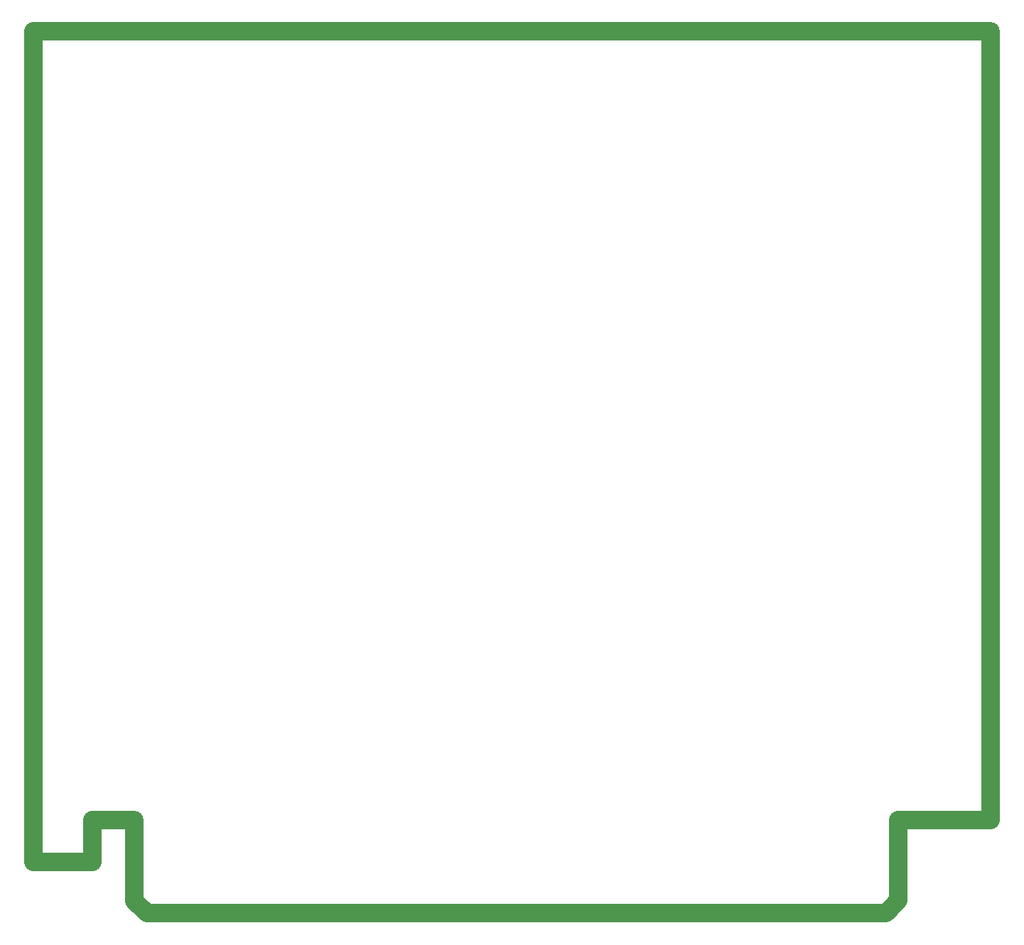
<source format=gbr>
%TF.GenerationSoftware,KiCad,Pcbnew,7.0.10*%
%TF.CreationDate,2024-01-17T10:32:49-06:00*%
%TF.ProjectId,controlSemaforicoMEga,636f6e74-726f-46c5-9365-6d61666f7269,rev?*%
%TF.SameCoordinates,PX4ef7d2aPY852b4f0*%
%TF.FileFunction,Profile,NP*%
%FSLAX46Y46*%
G04 Gerber Fmt 4.6, Leading zero omitted, Abs format (unit mm)*
G04 Created by KiCad (PCBNEW 7.0.10) date 2024-01-17 10:32:49*
%MOMM*%
%LPD*%
G01*
G04 APERTURE LIST*
%TA.AperFunction,Profile*%
%ADD10C,2.200000*%
%TD*%
G04 APERTURE END LIST*
D10*
X0Y0D02*
X7000000Y0D01*
X103014010Y-4380000D02*
X103000000Y5000000D01*
X101637600Y-5994400D02*
X103000000Y-4632000D01*
X12000000Y-4622800D02*
X12000000Y4954000D01*
X0Y99000000D02*
X114000000Y99000000D01*
X7000000Y0D02*
X7000000Y4954000D01*
X103000000Y5000000D02*
X114000000Y5000000D01*
X12019000Y-4651000D02*
X13514800Y-6146800D01*
X0Y0D02*
X0Y99000000D01*
X7000000Y4954000D02*
X12000000Y4954000D01*
X113999970Y5000000D02*
X114000000Y99000000D01*
X13514800Y-6146800D02*
X101473000Y-6146800D01*
M02*

</source>
